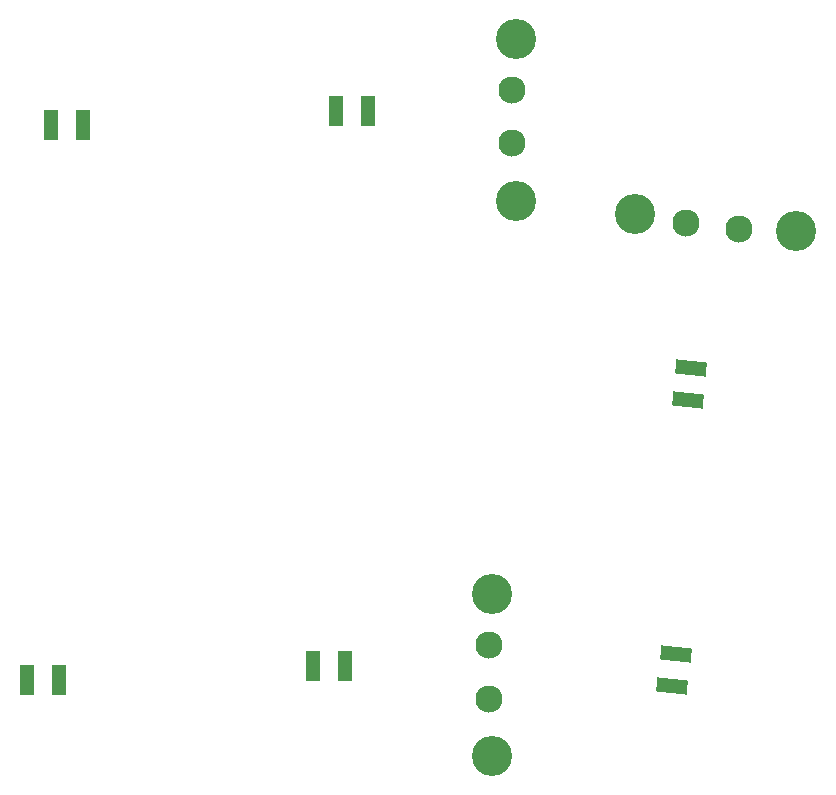
<source format=gbs>
%MOIN*%
%OFA0B0*%
%FSLAX46Y46*%
%IPPOS*%
%LPD*%
%AMREC38*
4,1,3,
0.048431550630636352,-0.028842525175941477,
0.053369903225958568,0.018142761219410022,
-0.048431550630636352,0.028842525175941477,
-0.053369903225958568,-0.018142761219410022,
0*%
%ADD10C,0.0039370078740157488*%
%AMCOMP56*
4,1,3,
0.048431550630636352,-0.028842525175941477,
0.053369903225958568,0.018142761219410022,
-0.048431550630636352,0.028842525175941477,
-0.053369903225958568,-0.018142761219410022,
0*%
%ADD11COMP56*%
%ADD12C,0.0905511811023622*%
%ADD13C,0.13385826771653545*%
%ADD24C,0.0039370078740157488*%
%ADD25R,0.047244094488188976X0.10236220472440946*%
%ADD26C,0.0905511811023622*%
%ADD27C,0.13385826771653545*%
%ADD38C,0.0039370078740157488*%
%ADD39R,0.047244094488188976X0.10236220472440946*%
%ADD40C,0.0905511811023622*%
%ADD41C,0.13385826771653545*%
%LPD*%
G01*
D10*
D11*
X-0001456692Y-0003070866D02*
X0002696861Y0002436556D03*
X0002685749Y0002330839D03*
X0002644256Y0001484081D03*
X0002633145Y0001378364D03*
D12*
X0002679073Y0002920793D03*
D13*
X0002509676Y0002951265D03*
X0003046875Y0002894803D03*
D12*
X0002855268Y0002902274D03*
G04 next file*
%LPD*%
G01*
D24*
D25*
X-0004370078Y0005000000D02*
X0001541338Y0001444881D03*
X0001435039Y0001444881D03*
X0000588582Y0001397637D03*
X0000482282Y0001397637D03*
D26*
X0002021062Y0001513188D03*
D27*
X0002033661Y0001684842D03*
X0002033661Y0001144685D03*
D26*
X0002021062Y0001336023D03*
G04 next file*
G04 #@! TF.FileFunction,Soldermask,Bot*
G04 Gerber Fmt 4.6, Leading zero omitted, Abs format (unit mm)*
G04 Created by KiCad (PCBNEW 4.0.4+e1-6308~48~ubuntu16.04.1-stable) date Tue May  2 14:04:53 2017*
G01*
G04 APERTURE LIST*
G04 APERTURE END LIST*
D38*
D39*
X-0004291338Y0006850393D02*
X0001620077Y0003295275D03*
X0001513779Y0003295275D03*
X0000667321Y0003248031D03*
X0000561023Y0003248031D03*
D40*
X0002099803Y0003363582D03*
D41*
X0002112401Y0003535236D03*
X0002112401Y0002995078D03*
D40*
X0002099803Y0003186417D03*
M02*
</source>
